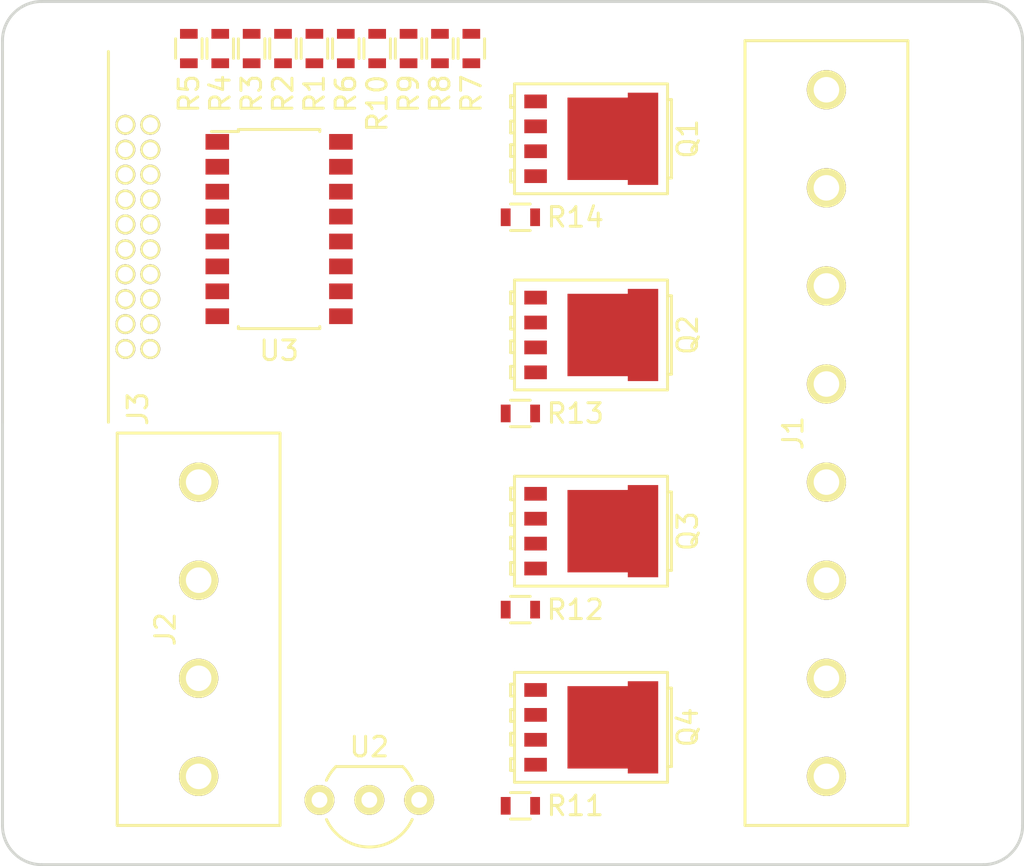
<source format=kicad_pcb>
(kicad_pcb (version 4) (host pcbnew 4.0.2+e4-6225~38~ubuntu14.04.1-stable)

  (general
    (links 70)
    (no_connects 70)
    (area 119.924999 67.924999 172.075001 112.075001)
    (thickness 1.6)
    (drawings 8)
    (tracks 0)
    (zones 0)
    (modules 23)
    (nets 29)
  )

  (page A4)
  (layers
    (0 F.Cu signal)
    (1 In1.Cu signal)
    (2 In2.Cu signal)
    (31 B.Cu signal)
    (32 B.Adhes user)
    (33 F.Adhes user)
    (34 B.Paste user)
    (35 F.Paste user)
    (36 B.SilkS user)
    (37 F.SilkS user)
    (38 B.Mask user)
    (39 F.Mask user)
    (40 Dwgs.User user)
    (41 Cmts.User user)
    (42 Eco1.User user)
    (43 Eco2.User user)
    (44 Edge.Cuts user)
    (45 Margin user)
    (46 B.CrtYd user)
    (47 F.CrtYd user)
    (48 B.Fab user)
    (49 F.Fab user)
  )

  (setup
    (last_trace_width 0.15)
    (user_trace_width 0.2)
    (user_trace_width 0.25)
    (trace_clearance 0.15)
    (zone_clearance 0.508)
    (zone_45_only yes)
    (trace_min 0.15)
    (segment_width 0.2)
    (edge_width 0.15)
    (via_size 0.6)
    (via_drill 0.3)
    (via_min_size 0.6)
    (via_min_drill 0.3)
    (uvia_size 0.3)
    (uvia_drill 0.1)
    (uvias_allowed no)
    (uvia_min_size 0.2)
    (uvia_min_drill 0.1)
    (pcb_text_width 0.3)
    (pcb_text_size 1.5 1.5)
    (mod_edge_width 0.15)
    (mod_text_size 1 1)
    (mod_text_width 0.15)
    (pad_size 1.524 1.524)
    (pad_drill 0.762)
    (pad_to_mask_clearance 0)
    (aux_axis_origin 0 0)
    (visible_elements FFFEFFFF)
    (pcbplotparams
      (layerselection 0x00030_80000001)
      (usegerberextensions false)
      (excludeedgelayer true)
      (linewidth 0.100000)
      (plotframeref false)
      (viasonmask false)
      (mode 1)
      (useauxorigin false)
      (hpglpennumber 1)
      (hpglpenspeed 20)
      (hpglpendiameter 15)
      (hpglpenoverlay 2)
      (psnegative false)
      (psa4output false)
      (plotreference true)
      (plotvalue true)
      (plotinvisibletext false)
      (padsonsilk false)
      (subtractmaskfromsilk false)
      (outputformat 1)
      (mirror false)
      (drillshape 1)
      (scaleselection 1)
      (outputdirectory ""))
  )

  (net 0 "")
  (net 1 GNDPWR)
  (net 2 +3V3)
  (net 3 C2D)
  (net 4 ID3)
  (net 5 ID2)
  (net 6 ID1)
  (net 7 ID0)
  (net 8 ~MRESET)
  (net 9 GND)
  (net 10 HT)
  (net 11 "Net-(J1-Pad1)")
  (net 12 VDD)
  (net 13 "Net-(J1-Pad7)")
  (net 14 "Net-(J1-Pad3)")
  (net 15 "Net-(J1-Pad5)")
  (net 16 /GN1)
  (net 17 /GN2)
  (net 18 /GN3)
  (net 19 /GN4)
  (net 20 PX1)
  (net 21 PX2)
  (net 22 PX3)
  (net 23 PX4)
  (net 24 +5P)
  (net 25 /INR4)
  (net 26 /INR3)
  (net 27 /INR2)
  (net 28 /INR1)

  (net_class Default "This is the default net class."
    (clearance 0.15)
    (trace_width 0.15)
    (via_dia 0.6)
    (via_drill 0.3)
    (uvia_dia 0.3)
    (uvia_drill 0.1)
    (add_net +3V3)
    (add_net +5P)
    (add_net /GN1)
    (add_net /GN2)
    (add_net /GN3)
    (add_net /GN4)
    (add_net /INR1)
    (add_net /INR2)
    (add_net /INR3)
    (add_net /INR4)
    (add_net C2D)
    (add_net GND)
    (add_net GNDPWR)
    (add_net HT)
    (add_net ID0)
    (add_net ID1)
    (add_net ID2)
    (add_net ID3)
    (add_net "Net-(J1-Pad1)")
    (add_net "Net-(J1-Pad3)")
    (add_net "Net-(J1-Pad5)")
    (add_net "Net-(J1-Pad7)")
    (add_net PX1)
    (add_net PX2)
    (add_net PX3)
    (add_net PX4)
    (add_net VDD)
    (add_net ~MRESET)
  )

  (module Resistors_SMD:R_0603 (layer F.Cu) (tedit 5799B80B) (tstamp 5798E2F2)
    (at 135.9 70.4 270)
    (descr "Resistor SMD 0603, reflow soldering, Vishay (see dcrcw.pdf)")
    (tags "resistor 0603")
    (path /576AD847)
    (attr smd)
    (fp_text reference R1 (at 2.3 0 270) (layer F.SilkS)
      (effects (font (size 1 1) (thickness 0.15)))
    )
    (fp_text value 10k (at 0 1.9 270) (layer F.Fab)
      (effects (font (size 1 1) (thickness 0.15)))
    )
    (fp_line (start -1.3 -0.8) (end 1.3 -0.8) (layer F.CrtYd) (width 0.05))
    (fp_line (start -1.3 0.8) (end 1.3 0.8) (layer F.CrtYd) (width 0.05))
    (fp_line (start -1.3 -0.8) (end -1.3 0.8) (layer F.CrtYd) (width 0.05))
    (fp_line (start 1.3 -0.8) (end 1.3 0.8) (layer F.CrtYd) (width 0.05))
    (fp_line (start 0.5 0.675) (end -0.5 0.675) (layer F.SilkS) (width 0.15))
    (fp_line (start -0.5 -0.675) (end 0.5 -0.675) (layer F.SilkS) (width 0.15))
    (pad 1 smd rect (at -0.75 0 270) (size 0.5 0.9) (layers F.Cu F.Paste F.Mask)
      (net 2 +3V3))
    (pad 2 smd rect (at 0.75 0 270) (size 0.5 0.9) (layers F.Cu F.Paste F.Mask)
      (net 3 C2D))
    (model Resistors_SMD.3dshapes/R_0603.wrl
      (at (xyz 0 0 0))
      (scale (xyz 1 1 1))
      (rotate (xyz 0 0 0))
    )
  )

  (module Resistors_SMD:R_0603 (layer F.Cu) (tedit 5799B817) (tstamp 5798E2FE)
    (at 134.3 70.4 270)
    (descr "Resistor SMD 0603, reflow soldering, Vishay (see dcrcw.pdf)")
    (tags "resistor 0603")
    (path /579830B5)
    (attr smd)
    (fp_text reference R2 (at 2.3 0 270) (layer F.SilkS)
      (effects (font (size 1 1) (thickness 0.15)))
    )
    (fp_text value 10k (at 0 1.9 270) (layer F.Fab)
      (effects (font (size 1 1) (thickness 0.15)))
    )
    (fp_line (start -1.3 -0.8) (end 1.3 -0.8) (layer F.CrtYd) (width 0.05))
    (fp_line (start -1.3 0.8) (end 1.3 0.8) (layer F.CrtYd) (width 0.05))
    (fp_line (start -1.3 -0.8) (end -1.3 0.8) (layer F.CrtYd) (width 0.05))
    (fp_line (start 1.3 -0.8) (end 1.3 0.8) (layer F.CrtYd) (width 0.05))
    (fp_line (start 0.5 0.675) (end -0.5 0.675) (layer F.SilkS) (width 0.15))
    (fp_line (start -0.5 -0.675) (end 0.5 -0.675) (layer F.SilkS) (width 0.15))
    (pad 1 smd rect (at -0.75 0 270) (size 0.5 0.9) (layers F.Cu F.Paste F.Mask)
      (net 2 +3V3))
    (pad 2 smd rect (at 0.75 0 270) (size 0.5 0.9) (layers F.Cu F.Paste F.Mask)
      (net 4 ID3))
    (model Resistors_SMD.3dshapes/R_0603.wrl
      (at (xyz 0 0 0))
      (scale (xyz 1 1 1))
      (rotate (xyz 0 0 0))
    )
  )

  (module Resistors_SMD:R_0603 (layer F.Cu) (tedit 5799B852) (tstamp 5798E30A)
    (at 132.7 70.4 270)
    (descr "Resistor SMD 0603, reflow soldering, Vishay (see dcrcw.pdf)")
    (tags "resistor 0603")
    (path /57983360)
    (attr smd)
    (fp_text reference R3 (at 2.3 0 270) (layer F.SilkS)
      (effects (font (size 1 1) (thickness 0.15)))
    )
    (fp_text value 10k (at 0 1.9 270) (layer F.Fab)
      (effects (font (size 1 1) (thickness 0.15)))
    )
    (fp_line (start -1.3 -0.8) (end 1.3 -0.8) (layer F.CrtYd) (width 0.05))
    (fp_line (start -1.3 0.8) (end 1.3 0.8) (layer F.CrtYd) (width 0.05))
    (fp_line (start -1.3 -0.8) (end -1.3 0.8) (layer F.CrtYd) (width 0.05))
    (fp_line (start 1.3 -0.8) (end 1.3 0.8) (layer F.CrtYd) (width 0.05))
    (fp_line (start 0.5 0.675) (end -0.5 0.675) (layer F.SilkS) (width 0.15))
    (fp_line (start -0.5 -0.675) (end 0.5 -0.675) (layer F.SilkS) (width 0.15))
    (pad 1 smd rect (at -0.75 0 270) (size 0.5 0.9) (layers F.Cu F.Paste F.Mask)
      (net 2 +3V3))
    (pad 2 smd rect (at 0.75 0 270) (size 0.5 0.9) (layers F.Cu F.Paste F.Mask)
      (net 5 ID2))
    (model Resistors_SMD.3dshapes/R_0603.wrl
      (at (xyz 0 0 0))
      (scale (xyz 1 1 1))
      (rotate (xyz 0 0 0))
    )
  )

  (module Resistors_SMD:R_0603 (layer F.Cu) (tedit 5799B87F) (tstamp 5798E316)
    (at 131.1 70.4 270)
    (descr "Resistor SMD 0603, reflow soldering, Vishay (see dcrcw.pdf)")
    (tags "resistor 0603")
    (path /5798352E)
    (attr smd)
    (fp_text reference R4 (at 2.3 0 270) (layer F.SilkS)
      (effects (font (size 1 1) (thickness 0.15)))
    )
    (fp_text value 10k (at 0 1.9 270) (layer F.Fab)
      (effects (font (size 1 1) (thickness 0.15)))
    )
    (fp_line (start -1.3 -0.8) (end 1.3 -0.8) (layer F.CrtYd) (width 0.05))
    (fp_line (start -1.3 0.8) (end 1.3 0.8) (layer F.CrtYd) (width 0.05))
    (fp_line (start -1.3 -0.8) (end -1.3 0.8) (layer F.CrtYd) (width 0.05))
    (fp_line (start 1.3 -0.8) (end 1.3 0.8) (layer F.CrtYd) (width 0.05))
    (fp_line (start 0.5 0.675) (end -0.5 0.675) (layer F.SilkS) (width 0.15))
    (fp_line (start -0.5 -0.675) (end 0.5 -0.675) (layer F.SilkS) (width 0.15))
    (pad 1 smd rect (at -0.75 0 270) (size 0.5 0.9) (layers F.Cu F.Paste F.Mask)
      (net 2 +3V3))
    (pad 2 smd rect (at 0.75 0 270) (size 0.5 0.9) (layers F.Cu F.Paste F.Mask)
      (net 6 ID1))
    (model Resistors_SMD.3dshapes/R_0603.wrl
      (at (xyz 0 0 0))
      (scale (xyz 1 1 1))
      (rotate (xyz 0 0 0))
    )
  )

  (module Resistors_SMD:R_0603 (layer F.Cu) (tedit 5799B88F) (tstamp 5798E322)
    (at 129.5 70.4 270)
    (descr "Resistor SMD 0603, reflow soldering, Vishay (see dcrcw.pdf)")
    (tags "resistor 0603")
    (path /5798373C)
    (attr smd)
    (fp_text reference R5 (at 2.3 0 270) (layer F.SilkS)
      (effects (font (size 1 1) (thickness 0.15)))
    )
    (fp_text value 10k (at 0 1.9 270) (layer F.Fab)
      (effects (font (size 1 1) (thickness 0.15)))
    )
    (fp_line (start -1.3 -0.8) (end 1.3 -0.8) (layer F.CrtYd) (width 0.05))
    (fp_line (start -1.3 0.8) (end 1.3 0.8) (layer F.CrtYd) (width 0.05))
    (fp_line (start -1.3 -0.8) (end -1.3 0.8) (layer F.CrtYd) (width 0.05))
    (fp_line (start 1.3 -0.8) (end 1.3 0.8) (layer F.CrtYd) (width 0.05))
    (fp_line (start 0.5 0.675) (end -0.5 0.675) (layer F.SilkS) (width 0.15))
    (fp_line (start -0.5 -0.675) (end 0.5 -0.675) (layer F.SilkS) (width 0.15))
    (pad 1 smd rect (at -0.75 0 270) (size 0.5 0.9) (layers F.Cu F.Paste F.Mask)
      (net 2 +3V3))
    (pad 2 smd rect (at 0.75 0 270) (size 0.5 0.9) (layers F.Cu F.Paste F.Mask)
      (net 7 ID0))
    (model Resistors_SMD.3dshapes/R_0603.wrl
      (at (xyz 0 0 0))
      (scale (xyz 1 1 1))
      (rotate (xyz 0 0 0))
    )
  )

  (module Resistors_SMD:R_0603 (layer F.Cu) (tedit 5799B82D) (tstamp 5798E32E)
    (at 137.5 70.4 270)
    (descr "Resistor SMD 0603, reflow soldering, Vishay (see dcrcw.pdf)")
    (tags "resistor 0603")
    (path /5798489F)
    (attr smd)
    (fp_text reference R6 (at 2.3 0 270) (layer F.SilkS)
      (effects (font (size 1 1) (thickness 0.15)))
    )
    (fp_text value 10k (at 0 1.9 270) (layer F.Fab)
      (effects (font (size 1 1) (thickness 0.15)))
    )
    (fp_line (start -1.3 -0.8) (end 1.3 -0.8) (layer F.CrtYd) (width 0.05))
    (fp_line (start -1.3 0.8) (end 1.3 0.8) (layer F.CrtYd) (width 0.05))
    (fp_line (start -1.3 -0.8) (end -1.3 0.8) (layer F.CrtYd) (width 0.05))
    (fp_line (start 1.3 -0.8) (end 1.3 0.8) (layer F.CrtYd) (width 0.05))
    (fp_line (start 0.5 0.675) (end -0.5 0.675) (layer F.SilkS) (width 0.15))
    (fp_line (start -0.5 -0.675) (end 0.5 -0.675) (layer F.SilkS) (width 0.15))
    (pad 1 smd rect (at -0.75 0 270) (size 0.5 0.9) (layers F.Cu F.Paste F.Mask)
      (net 2 +3V3))
    (pad 2 smd rect (at 0.75 0 270) (size 0.5 0.9) (layers F.Cu F.Paste F.Mask)
      (net 8 ~MRESET))
    (model Resistors_SMD.3dshapes/R_0603.wrl
      (at (xyz 0 0 0))
      (scale (xyz 1 1 1))
      (rotate (xyz 0 0 0))
    )
  )

  (module Main:SOT127P500X110-5 (layer F.Cu) (tedit 5798E39F) (tstamp 5798E51E)
    (at 150 75 270)
    (descr "LFPAK www.nxp.com/documents/leaflet/939775016838_LR.pdf")
    (tags "LFPAK SOT-669 Power-SO8")
    (path /5798E5AA)
    (attr smd)
    (fp_text reference Q1 (at 0 -4.925 270) (layer F.SilkS)
      (effects (font (size 1 1) (thickness 0.15)))
    )
    (fp_text value PSMN1R2-30YLC (at 0 4.445 270) (layer F.Fab) hide
      (effects (font (size 0.127 0.127) (thickness 0.03)))
    )
    (fp_line (start 2.95 -4.25) (end 2.95 4.25) (layer F.CrtYd) (width 0.05))
    (fp_line (start -2.95 4.25) (end -2.95 -4.25) (layer F.CrtYd) (width 0.05))
    (fp_line (start -2.95 4.25) (end 2.95 4.25) (layer F.CrtYd) (width 0.05))
    (fp_line (start -2.95 -4.25) (end 2.95 -4.25) (layer F.CrtYd) (width 0.05))
    (fp_line (start -2 -3.9) (end -2 -4.1) (layer F.SilkS) (width 0.15))
    (fp_line (start -2 -4.1) (end 2 -4.1) (layer F.SilkS) (width 0.15))
    (fp_line (start 2 -4.1) (end 2 -3.9) (layer F.SilkS) (width 0.15))
    (fp_line (start 1.6 3.9) (end 1.6 4.1) (layer F.SilkS) (width 0.15))
    (fp_line (start 1.6 4.1) (end 2.2 4.1) (layer F.SilkS) (width 0.15))
    (fp_line (start 2.2 4.1) (end 2.2 3.9) (layer F.SilkS) (width 0.15))
    (fp_line (start 0.3 3.9) (end 0.3 4.1) (layer F.SilkS) (width 0.15))
    (fp_line (start 0.3 4.1) (end 0.9 4.1) (layer F.SilkS) (width 0.15))
    (fp_line (start 0.9 4.1) (end 0.9 3.9) (layer F.SilkS) (width 0.15))
    (fp_line (start -0.9 3.9) (end -0.9 4.1) (layer F.SilkS) (width 0.15))
    (fp_line (start -0.9 4.1) (end -0.3 4.1) (layer F.SilkS) (width 0.15))
    (fp_line (start -0.3 4.1) (end -0.3 3.9) (layer F.SilkS) (width 0.15))
    (fp_line (start -2.2 3.9) (end -2.2 4.1) (layer F.SilkS) (width 0.15))
    (fp_line (start -2.2 4.1) (end -1.6 4.1) (layer F.SilkS) (width 0.15))
    (fp_line (start -1.6 4.1) (end -1.6 3.9) (layer F.SilkS) (width 0.15))
    (fp_line (start -2.8 -3.9) (end 2.8 -3.9) (layer F.SilkS) (width 0.15))
    (fp_line (start 2.8 -3.9) (end 2.8 3.9) (layer F.SilkS) (width 0.15))
    (fp_line (start 2.8 3.9) (end -2.8 3.9) (layer F.SilkS) (width 0.15))
    (fp_line (start -2.8 3.9) (end -2.8 -3.9) (layer F.SilkS) (width 0.15))
    (pad 7 smd rect (at -1.15 -0.2) (size 0.6 0.9) (layers F.Paste))
    (pad 7 smd rect (at -1.15 0.65) (size 0.6 0.9) (layers F.Paste))
    (pad 7 smd rect (at -1.15 -1.05) (size 0.6 0.9) (layers F.Paste))
    (pad 7 smd rect (at 1.15 -0.2) (size 0.6 0.9) (layers F.Paste))
    (pad 7 smd rect (at 1.15 0.65) (size 0.6 0.9) (layers F.Paste))
    (pad 7 smd rect (at 1.15 -1.05) (size 0.6 0.9) (layers F.Paste))
    (pad 7 smd rect (at 0 -1.05) (size 0.6 0.9) (layers F.Paste))
    (pad 7 smd rect (at 0 0.65) (size 0.6 0.9) (layers F.Paste))
    (pad 6 smd rect (at -1.875 -2.9 270) (size 0.6 0.9) (layers F.Paste))
    (pad 6 smd rect (at 1.875 -2.9 270) (size 0.6 0.9) (layers F.Paste))
    (pad 6 smd rect (at -0.6 -2.9 270) (size 0.6 0.9) (layers F.Paste))
    (pad 2 smd rect (at -0.635 2.825 270) (size 0.7 1.15) (layers F.Cu F.Paste F.Mask)
      (net 1 GNDPWR) (solder_mask_margin 0.075) (solder_paste_margin -0.05))
    (pad 1 smd rect (at -1.905 2.825 270) (size 0.7 1.15) (layers F.Cu F.Paste F.Mask)
      (net 1 GNDPWR) (solder_mask_margin 0.075) (solder_paste_margin -0.05))
    (pad 3 smd rect (at 0.635 2.825 270) (size 0.7 1.15) (layers F.Cu F.Paste F.Mask)
      (net 1 GNDPWR) (solder_mask_margin 0.075) (solder_paste_margin -0.05))
    (pad 5 smd rect (at 0 -2.65 270) (size 4.7 1.55) (layers F.Cu F.Mask)
      (net 11 "Net-(J1-Pad1)") (solder_mask_margin 0.075))
    (pad 5 smd rect (at 0 -0.45 270) (size 4.2 3.3) (layers F.Cu F.Mask)
      (net 11 "Net-(J1-Pad1)") (solder_mask_margin 0.075))
    (pad 4 smd rect (at 1.905 2.825 270) (size 0.7 1.15) (layers F.Cu F.Paste F.Mask)
      (net 16 /GN1) (solder_mask_margin 0.075) (solder_paste_margin -0.05))
    (pad 6 smd rect (at 0.6 -2.9 270) (size 0.6 0.9) (layers F.Paste))
    (pad 7 smd rect (at 0 -0.2) (size 0.6 0.9) (layers F.Paste))
    (model TO_SOT_Packages_SMD.3dshapes/SOT-669_LFPAK.wrl
      (at (xyz 0 0 0))
      (scale (xyz 0.3937 0.3937 0.3937))
      (rotate (xyz 0 0 0))
    )
  )

  (module Main:SOT127P500X110-5 (layer F.Cu) (tedit 5798E39F) (tstamp 5798E54B)
    (at 150 85 270)
    (descr "LFPAK www.nxp.com/documents/leaflet/939775016838_LR.pdf")
    (tags "LFPAK SOT-669 Power-SO8")
    (path /5798E8F6)
    (attr smd)
    (fp_text reference Q2 (at 0 -4.925 270) (layer F.SilkS)
      (effects (font (size 1 1) (thickness 0.15)))
    )
    (fp_text value PSMN1R2-30YLC (at 0 4.445 270) (layer F.Fab) hide
      (effects (font (size 0.127 0.127) (thickness 0.03)))
    )
    (fp_line (start 2.95 -4.25) (end 2.95 4.25) (layer F.CrtYd) (width 0.05))
    (fp_line (start -2.95 4.25) (end -2.95 -4.25) (layer F.CrtYd) (width 0.05))
    (fp_line (start -2.95 4.25) (end 2.95 4.25) (layer F.CrtYd) (width 0.05))
    (fp_line (start -2.95 -4.25) (end 2.95 -4.25) (layer F.CrtYd) (width 0.05))
    (fp_line (start -2 -3.9) (end -2 -4.1) (layer F.SilkS) (width 0.15))
    (fp_line (start -2 -4.1) (end 2 -4.1) (layer F.SilkS) (width 0.15))
    (fp_line (start 2 -4.1) (end 2 -3.9) (layer F.SilkS) (width 0.15))
    (fp_line (start 1.6 3.9) (end 1.6 4.1) (layer F.SilkS) (width 0.15))
    (fp_line (start 1.6 4.1) (end 2.2 4.1) (layer F.SilkS) (width 0.15))
    (fp_line (start 2.2 4.1) (end 2.2 3.9) (layer F.SilkS) (width 0.15))
    (fp_line (start 0.3 3.9) (end 0.3 4.1) (layer F.SilkS) (width 0.15))
    (fp_line (start 0.3 4.1) (end 0.9 4.1) (layer F.SilkS) (width 0.15))
    (fp_line (start 0.9 4.1) (end 0.9 3.9) (layer F.SilkS) (width 0.15))
    (fp_line (start -0.9 3.9) (end -0.9 4.1) (layer F.SilkS) (width 0.15))
    (fp_line (start -0.9 4.1) (end -0.3 4.1) (layer F.SilkS) (width 0.15))
    (fp_line (start -0.3 4.1) (end -0.3 3.9) (layer F.SilkS) (width 0.15))
    (fp_line (start -2.2 3.9) (end -2.2 4.1) (layer F.SilkS) (width 0.15))
    (fp_line (start -2.2 4.1) (end -1.6 4.1) (layer F.SilkS) (width 0.15))
    (fp_line (start -1.6 4.1) (end -1.6 3.9) (layer F.SilkS) (width 0.15))
    (fp_line (start -2.8 -3.9) (end 2.8 -3.9) (layer F.SilkS) (width 0.15))
    (fp_line (start 2.8 -3.9) (end 2.8 3.9) (layer F.SilkS) (width 0.15))
    (fp_line (start 2.8 3.9) (end -2.8 3.9) (layer F.SilkS) (width 0.15))
    (fp_line (start -2.8 3.9) (end -2.8 -3.9) (layer F.SilkS) (width 0.15))
    (pad 7 smd rect (at -1.15 -0.2) (size 0.6 0.9) (layers F.Paste))
    (pad 7 smd rect (at -1.15 0.65) (size 0.6 0.9) (layers F.Paste))
    (pad 7 smd rect (at -1.15 -1.05) (size 0.6 0.9) (layers F.Paste))
    (pad 7 smd rect (at 1.15 -0.2) (size 0.6 0.9) (layers F.Paste))
    (pad 7 smd rect (at 1.15 0.65) (size 0.6 0.9) (layers F.Paste))
    (pad 7 smd rect (at 1.15 -1.05) (size 0.6 0.9) (layers F.Paste))
    (pad 7 smd rect (at 0 -1.05) (size 0.6 0.9) (layers F.Paste))
    (pad 7 smd rect (at 0 0.65) (size 0.6 0.9) (layers F.Paste))
    (pad 6 smd rect (at -1.875 -2.9 270) (size 0.6 0.9) (layers F.Paste))
    (pad 6 smd rect (at 1.875 -2.9 270) (size 0.6 0.9) (layers F.Paste))
    (pad 6 smd rect (at -0.6 -2.9 270) (size 0.6 0.9) (layers F.Paste))
    (pad 2 smd rect (at -0.635 2.825 270) (size 0.7 1.15) (layers F.Cu F.Paste F.Mask)
      (net 1 GNDPWR) (solder_mask_margin 0.075) (solder_paste_margin -0.05))
    (pad 1 smd rect (at -1.905 2.825 270) (size 0.7 1.15) (layers F.Cu F.Paste F.Mask)
      (net 1 GNDPWR) (solder_mask_margin 0.075) (solder_paste_margin -0.05))
    (pad 3 smd rect (at 0.635 2.825 270) (size 0.7 1.15) (layers F.Cu F.Paste F.Mask)
      (net 1 GNDPWR) (solder_mask_margin 0.075) (solder_paste_margin -0.05))
    (pad 5 smd rect (at 0 -2.65 270) (size 4.7 1.55) (layers F.Cu F.Mask)
      (net 14 "Net-(J1-Pad3)") (solder_mask_margin 0.075))
    (pad 5 smd rect (at 0 -0.45 270) (size 4.2 3.3) (layers F.Cu F.Mask)
      (net 14 "Net-(J1-Pad3)") (solder_mask_margin 0.075))
    (pad 4 smd rect (at 1.905 2.825 270) (size 0.7 1.15) (layers F.Cu F.Paste F.Mask)
      (net 17 /GN2) (solder_mask_margin 0.075) (solder_paste_margin -0.05))
    (pad 6 smd rect (at 0.6 -2.9 270) (size 0.6 0.9) (layers F.Paste))
    (pad 7 smd rect (at 0 -0.2) (size 0.6 0.9) (layers F.Paste))
    (model TO_SOT_Packages_SMD.3dshapes/SOT-669_LFPAK.wrl
      (at (xyz 0 0 0))
      (scale (xyz 0.3937 0.3937 0.3937))
      (rotate (xyz 0 0 0))
    )
  )

  (module Main:SOT127P500X110-5 (layer F.Cu) (tedit 5798E39F) (tstamp 5798E578)
    (at 150 95 270)
    (descr "LFPAK www.nxp.com/documents/leaflet/939775016838_LR.pdf")
    (tags "LFPAK SOT-669 Power-SO8")
    (path /5798E947)
    (attr smd)
    (fp_text reference Q3 (at 0 -4.925 270) (layer F.SilkS)
      (effects (font (size 1 1) (thickness 0.15)))
    )
    (fp_text value PSMN1R2-30YLC (at 0 4.445 270) (layer F.Fab) hide
      (effects (font (size 0.127 0.127) (thickness 0.03)))
    )
    (fp_line (start 2.95 -4.25) (end 2.95 4.25) (layer F.CrtYd) (width 0.05))
    (fp_line (start -2.95 4.25) (end -2.95 -4.25) (layer F.CrtYd) (width 0.05))
    (fp_line (start -2.95 4.25) (end 2.95 4.25) (layer F.CrtYd) (width 0.05))
    (fp_line (start -2.95 -4.25) (end 2.95 -4.25) (layer F.CrtYd) (width 0.05))
    (fp_line (start -2 -3.9) (end -2 -4.1) (layer F.SilkS) (width 0.15))
    (fp_line (start -2 -4.1) (end 2 -4.1) (layer F.SilkS) (width 0.15))
    (fp_line (start 2 -4.1) (end 2 -3.9) (layer F.SilkS) (width 0.15))
    (fp_line (start 1.6 3.9) (end 1.6 4.1) (layer F.SilkS) (width 0.15))
    (fp_line (start 1.6 4.1) (end 2.2 4.1) (layer F.SilkS) (width 0.15))
    (fp_line (start 2.2 4.1) (end 2.2 3.9) (layer F.SilkS) (width 0.15))
    (fp_line (start 0.3 3.9) (end 0.3 4.1) (layer F.SilkS) (width 0.15))
    (fp_line (start 0.3 4.1) (end 0.9 4.1) (layer F.SilkS) (width 0.15))
    (fp_line (start 0.9 4.1) (end 0.9 3.9) (layer F.SilkS) (width 0.15))
    (fp_line (start -0.9 3.9) (end -0.9 4.1) (layer F.SilkS) (width 0.15))
    (fp_line (start -0.9 4.1) (end -0.3 4.1) (layer F.SilkS) (width 0.15))
    (fp_line (start -0.3 4.1) (end -0.3 3.9) (layer F.SilkS) (width 0.15))
    (fp_line (start -2.2 3.9) (end -2.2 4.1) (layer F.SilkS) (width 0.15))
    (fp_line (start -2.2 4.1) (end -1.6 4.1) (layer F.SilkS) (width 0.15))
    (fp_line (start -1.6 4.1) (end -1.6 3.9) (layer F.SilkS) (width 0.15))
    (fp_line (start -2.8 -3.9) (end 2.8 -3.9) (layer F.SilkS) (width 0.15))
    (fp_line (start 2.8 -3.9) (end 2.8 3.9) (layer F.SilkS) (width 0.15))
    (fp_line (start 2.8 3.9) (end -2.8 3.9) (layer F.SilkS) (width 0.15))
    (fp_line (start -2.8 3.9) (end -2.8 -3.9) (layer F.SilkS) (width 0.15))
    (pad 7 smd rect (at -1.15 -0.2) (size 0.6 0.9) (layers F.Paste))
    (pad 7 smd rect (at -1.15 0.65) (size 0.6 0.9) (layers F.Paste))
    (pad 7 smd rect (at -1.15 -1.05) (size 0.6 0.9) (layers F.Paste))
    (pad 7 smd rect (at 1.15 -0.2) (size 0.6 0.9) (layers F.Paste))
    (pad 7 smd rect (at 1.15 0.65) (size 0.6 0.9) (layers F.Paste))
    (pad 7 smd rect (at 1.15 -1.05) (size 0.6 0.9) (layers F.Paste))
    (pad 7 smd rect (at 0 -1.05) (size 0.6 0.9) (layers F.Paste))
    (pad 7 smd rect (at 0 0.65) (size 0.6 0.9) (layers F.Paste))
    (pad 6 smd rect (at -1.875 -2.9 270) (size 0.6 0.9) (layers F.Paste))
    (pad 6 smd rect (at 1.875 -2.9 270) (size 0.6 0.9) (layers F.Paste))
    (pad 6 smd rect (at -0.6 -2.9 270) (size 0.6 0.9) (layers F.Paste))
    (pad 2 smd rect (at -0.635 2.825 270) (size 0.7 1.15) (layers F.Cu F.Paste F.Mask)
      (net 1 GNDPWR) (solder_mask_margin 0.075) (solder_paste_margin -0.05))
    (pad 1 smd rect (at -1.905 2.825 270) (size 0.7 1.15) (layers F.Cu F.Paste F.Mask)
      (net 1 GNDPWR) (solder_mask_margin 0.075) (solder_paste_margin -0.05))
    (pad 3 smd rect (at 0.635 2.825 270) (size 0.7 1.15) (layers F.Cu F.Paste F.Mask)
      (net 1 GNDPWR) (solder_mask_margin 0.075) (solder_paste_margin -0.05))
    (pad 5 smd rect (at 0 -2.65 270) (size 4.7 1.55) (layers F.Cu F.Mask)
      (net 15 "Net-(J1-Pad5)") (solder_mask_margin 0.075))
    (pad 5 smd rect (at 0 -0.45 270) (size 4.2 3.3) (layers F.Cu F.Mask)
      (net 15 "Net-(J1-Pad5)") (solder_mask_margin 0.075))
    (pad 4 smd rect (at 1.905 2.825 270) (size 0.7 1.15) (layers F.Cu F.Paste F.Mask)
      (net 18 /GN3) (solder_mask_margin 0.075) (solder_paste_margin -0.05))
    (pad 6 smd rect (at 0.6 -2.9 270) (size 0.6 0.9) (layers F.Paste))
    (pad 7 smd rect (at 0 -0.2) (size 0.6 0.9) (layers F.Paste))
    (model TO_SOT_Packages_SMD.3dshapes/SOT-669_LFPAK.wrl
      (at (xyz 0 0 0))
      (scale (xyz 0.3937 0.3937 0.3937))
      (rotate (xyz 0 0 0))
    )
  )

  (module Main:SOT127P500X110-5 (layer F.Cu) (tedit 5798E39F) (tstamp 5798E5A5)
    (at 150 105 270)
    (descr "LFPAK www.nxp.com/documents/leaflet/939775016838_LR.pdf")
    (tags "LFPAK SOT-669 Power-SO8")
    (path /5798E999)
    (attr smd)
    (fp_text reference Q4 (at 0 -4.925 270) (layer F.SilkS)
      (effects (font (size 1 1) (thickness 0.15)))
    )
    (fp_text value PSMN1R2-30YLC (at 0 4.445 270) (layer F.Fab) hide
      (effects (font (size 0.127 0.127) (thickness 0.03)))
    )
    (fp_line (start 2.95 -4.25) (end 2.95 4.25) (layer F.CrtYd) (width 0.05))
    (fp_line (start -2.95 4.25) (end -2.95 -4.25) (layer F.CrtYd) (width 0.05))
    (fp_line (start -2.95 4.25) (end 2.95 4.25) (layer F.CrtYd) (width 0.05))
    (fp_line (start -2.95 -4.25) (end 2.95 -4.25) (layer F.CrtYd) (width 0.05))
    (fp_line (start -2 -3.9) (end -2 -4.1) (layer F.SilkS) (width 0.15))
    (fp_line (start -2 -4.1) (end 2 -4.1) (layer F.SilkS) (width 0.15))
    (fp_line (start 2 -4.1) (end 2 -3.9) (layer F.SilkS) (width 0.15))
    (fp_line (start 1.6 3.9) (end 1.6 4.1) (layer F.SilkS) (width 0.15))
    (fp_line (start 1.6 4.1) (end 2.2 4.1) (layer F.SilkS) (width 0.15))
    (fp_line (start 2.2 4.1) (end 2.2 3.9) (layer F.SilkS) (width 0.15))
    (fp_line (start 0.3 3.9) (end 0.3 4.1) (layer F.SilkS) (width 0.15))
    (fp_line (start 0.3 4.1) (end 0.9 4.1) (layer F.SilkS) (width 0.15))
    (fp_line (start 0.9 4.1) (end 0.9 3.9) (layer F.SilkS) (width 0.15))
    (fp_line (start -0.9 3.9) (end -0.9 4.1) (layer F.SilkS) (width 0.15))
    (fp_line (start -0.9 4.1) (end -0.3 4.1) (layer F.SilkS) (width 0.15))
    (fp_line (start -0.3 4.1) (end -0.3 3.9) (layer F.SilkS) (width 0.15))
    (fp_line (start -2.2 3.9) (end -2.2 4.1) (layer F.SilkS) (width 0.15))
    (fp_line (start -2.2 4.1) (end -1.6 4.1) (layer F.SilkS) (width 0.15))
    (fp_line (start -1.6 4.1) (end -1.6 3.9) (layer F.SilkS) (width 0.15))
    (fp_line (start -2.8 -3.9) (end 2.8 -3.9) (layer F.SilkS) (width 0.15))
    (fp_line (start 2.8 -3.9) (end 2.8 3.9) (layer F.SilkS) (width 0.15))
    (fp_line (start 2.8 3.9) (end -2.8 3.9) (layer F.SilkS) (width 0.15))
    (fp_line (start -2.8 3.9) (end -2.8 -3.9) (layer F.SilkS) (width 0.15))
    (pad 7 smd rect (at -1.15 -0.2) (size 0.6 0.9) (layers F.Paste))
    (pad 7 smd rect (at -1.15 0.65) (size 0.6 0.9) (layers F.Paste))
    (pad 7 smd rect (at -1.15 -1.05) (size 0.6 0.9) (layers F.Paste))
    (pad 7 smd rect (at 1.15 -0.2) (size 0.6 0.9) (layers F.Paste))
    (pad 7 smd rect (at 1.15 0.65) (size 0.6 0.9) (layers F.Paste))
    (pad 7 smd rect (at 1.15 -1.05) (size 0.6 0.9) (layers F.Paste))
    (pad 7 smd rect (at 0 -1.05) (size 0.6 0.9) (layers F.Paste))
    (pad 7 smd rect (at 0 0.65) (size 0.6 0.9) (layers F.Paste))
    (pad 6 smd rect (at -1.875 -2.9 270) (size 0.6 0.9) (layers F.Paste))
    (pad 6 smd rect (at 1.875 -2.9 270) (size 0.6 0.9) (layers F.Paste))
    (pad 6 smd rect (at -0.6 -2.9 270) (size 0.6 0.9) (layers F.Paste))
    (pad 2 smd rect (at -0.635 2.825 270) (size 0.7 1.15) (layers F.Cu F.Paste F.Mask)
      (net 1 GNDPWR) (solder_mask_margin 0.075) (solder_paste_margin -0.05))
    (pad 1 smd rect (at -1.905 2.825 270) (size 0.7 1.15) (layers F.Cu F.Paste F.Mask)
      (net 1 GNDPWR) (solder_mask_margin 0.075) (solder_paste_margin -0.05))
    (pad 3 smd rect (at 0.635 2.825 270) (size 0.7 1.15) (layers F.Cu F.Paste F.Mask)
      (net 1 GNDPWR) (solder_mask_margin 0.075) (solder_paste_margin -0.05))
    (pad 5 smd rect (at 0 -2.65 270) (size 4.7 1.55) (layers F.Cu F.Mask)
      (net 13 "Net-(J1-Pad7)") (solder_mask_margin 0.075))
    (pad 5 smd rect (at 0 -0.45 270) (size 4.2 3.3) (layers F.Cu F.Mask)
      (net 13 "Net-(J1-Pad7)") (solder_mask_margin 0.075))
    (pad 4 smd rect (at 1.905 2.825 270) (size 0.7 1.15) (layers F.Cu F.Paste F.Mask)
      (net 19 /GN4) (solder_mask_margin 0.075) (solder_paste_margin -0.05))
    (pad 6 smd rect (at 0.6 -2.9 270) (size 0.6 0.9) (layers F.Paste))
    (pad 7 smd rect (at 0 -0.2) (size 0.6 0.9) (layers F.Paste))
    (model TO_SOT_Packages_SMD.3dshapes/SOT-669_LFPAK.wrl
      (at (xyz 0 0 0))
      (scale (xyz 0.3937 0.3937 0.3937))
      (rotate (xyz 0 0 0))
    )
  )

  (module Main:CONN500P-01X08 (layer F.Cu) (tedit 57994537) (tstamp 57994C22)
    (at 162 90 90)
    (path /57994D86)
    (fp_text reference J1 (at 0 -1.7 90) (layer F.SilkS)
      (effects (font (size 1 1) (thickness 0.15)))
    )
    (fp_text value CONN500P-01X08 (at 0 -0.5 90) (layer F.Fab) hide
      (effects (font (size 0.127 0.127) (thickness 0.03)))
    )
    (fp_line (start -20.193 -4.318) (end -20.193 4.318) (layer F.CrtYd) (width 0.1524))
    (fp_line (start -20.193 4.318) (end 20.193 4.318) (layer F.CrtYd) (width 0.1524))
    (fp_line (start 20.193 4.318) (end 20.193 -4.318) (layer F.CrtYd) (width 0.1524))
    (fp_line (start 20.193 -4.318) (end -20.193 -4.318) (layer F.CrtYd) (width 0.1524))
    (fp_line (start 20 4.15) (end -20 4.15) (layer F.SilkS) (width 0.1524))
    (fp_line (start 20 -4.15) (end -20 -4.15) (layer F.SilkS) (width 0.1524))
    (fp_line (start -20 -4.15) (end -20 4.15) (layer F.SilkS) (width 0.1524))
    (fp_line (start 20 -4.15) (end 20 4.15) (layer F.SilkS) (width 0.1524))
    (pad 1 thru_hole circle (at -17.5 0 90) (size 2 2) (drill 1.3) (layers *.Cu *.Mask F.SilkS)
      (net 11 "Net-(J1-Pad1)"))
    (pad 2 thru_hole circle (at -12.5 0 90) (size 2 2) (drill 1.3) (layers *.Cu *.Mask F.SilkS)
      (net 12 VDD))
    (pad 8 thru_hole circle (at 17.5 0 90) (size 2 2) (drill 1.3) (layers *.Cu *.Mask F.SilkS)
      (net 12 VDD))
    (pad 7 thru_hole circle (at 12.5 0 90) (size 2 2) (drill 1.3) (layers *.Cu *.Mask F.SilkS)
      (net 13 "Net-(J1-Pad7)"))
    (pad 3 thru_hole circle (at -7.5 0 90) (size 2 2) (drill 1.3) (layers *.Cu *.Mask F.SilkS)
      (net 14 "Net-(J1-Pad3)"))
    (pad 4 thru_hole circle (at -2.5 0 90) (size 2 2) (drill 1.3) (layers *.Cu *.Mask F.SilkS)
      (net 12 VDD))
    (pad 5 thru_hole circle (at 2.5 0 90) (size 2 2) (drill 1.3) (layers *.Cu *.Mask F.SilkS)
      (net 15 "Net-(J1-Pad5)"))
    (pad 6 thru_hole circle (at 7.5 0 90) (size 2 2) (drill 1.3) (layers *.Cu *.Mask F.SilkS)
      (net 12 VDD))
    (model main.3dshapes/CONN500P-01X08.wrl
      (at (xyz -0.695 -1.76 -1.52))
      (scale (xyz 0.3937 0.3937 0.3937))
      (rotate (xyz -90 0 -90))
    )
  )

  (module Resistors_SMD:R_0603 (layer F.Cu) (tedit 5799B973) (tstamp 5799B9B5)
    (at 143.9 70.4 90)
    (descr "Resistor SMD 0603, reflow soldering, Vishay (see dcrcw.pdf)")
    (tags "resistor 0603")
    (path /579A0902)
    (attr smd)
    (fp_text reference R7 (at -2.3 0 90) (layer F.SilkS)
      (effects (font (size 1 1) (thickness 0.15)))
    )
    (fp_text value 10k (at 0 1.9 90) (layer F.Fab)
      (effects (font (size 1 1) (thickness 0.15)))
    )
    (fp_line (start -1.3 -0.8) (end 1.3 -0.8) (layer F.CrtYd) (width 0.05))
    (fp_line (start -1.3 0.8) (end 1.3 0.8) (layer F.CrtYd) (width 0.05))
    (fp_line (start -1.3 -0.8) (end -1.3 0.8) (layer F.CrtYd) (width 0.05))
    (fp_line (start 1.3 -0.8) (end 1.3 0.8) (layer F.CrtYd) (width 0.05))
    (fp_line (start 0.5 0.675) (end -0.5 0.675) (layer F.SilkS) (width 0.15))
    (fp_line (start -0.5 -0.675) (end 0.5 -0.675) (layer F.SilkS) (width 0.15))
    (pad 1 smd rect (at -0.75 0 90) (size 0.5 0.9) (layers F.Cu F.Paste F.Mask)
      (net 25 /INR4))
    (pad 2 smd rect (at 0.75 0 90) (size 0.5 0.9) (layers F.Cu F.Paste F.Mask)
      (net 9 GND))
    (model Resistors_SMD.3dshapes/R_0603.wrl
      (at (xyz 0 0 0))
      (scale (xyz 1 1 1))
      (rotate (xyz 0 0 0))
    )
  )

  (module Resistors_SMD:R_0603 (layer F.Cu) (tedit 5799B96A) (tstamp 5799B9C1)
    (at 142.3 70.4 90)
    (descr "Resistor SMD 0603, reflow soldering, Vishay (see dcrcw.pdf)")
    (tags "resistor 0603")
    (path /579A2D10)
    (attr smd)
    (fp_text reference R8 (at -2.3 0 90) (layer F.SilkS)
      (effects (font (size 1 1) (thickness 0.15)))
    )
    (fp_text value 10k (at 0 1.9 90) (layer F.Fab)
      (effects (font (size 1 1) (thickness 0.15)))
    )
    (fp_line (start -1.3 -0.8) (end 1.3 -0.8) (layer F.CrtYd) (width 0.05))
    (fp_line (start -1.3 0.8) (end 1.3 0.8) (layer F.CrtYd) (width 0.05))
    (fp_line (start -1.3 -0.8) (end -1.3 0.8) (layer F.CrtYd) (width 0.05))
    (fp_line (start 1.3 -0.8) (end 1.3 0.8) (layer F.CrtYd) (width 0.05))
    (fp_line (start 0.5 0.675) (end -0.5 0.675) (layer F.SilkS) (width 0.15))
    (fp_line (start -0.5 -0.675) (end 0.5 -0.675) (layer F.SilkS) (width 0.15))
    (pad 1 smd rect (at -0.75 0 90) (size 0.5 0.9) (layers F.Cu F.Paste F.Mask)
      (net 26 /INR3))
    (pad 2 smd rect (at 0.75 0 90) (size 0.5 0.9) (layers F.Cu F.Paste F.Mask)
      (net 9 GND))
    (model Resistors_SMD.3dshapes/R_0603.wrl
      (at (xyz 0 0 0))
      (scale (xyz 1 1 1))
      (rotate (xyz 0 0 0))
    )
  )

  (module Resistors_SMD:R_0603 (layer F.Cu) (tedit 5799B937) (tstamp 5799B9CD)
    (at 140.7 70.4 90)
    (descr "Resistor SMD 0603, reflow soldering, Vishay (see dcrcw.pdf)")
    (tags "resistor 0603")
    (path /579A38E8)
    (attr smd)
    (fp_text reference R9 (at -2.3 0 90) (layer F.SilkS)
      (effects (font (size 1 1) (thickness 0.15)))
    )
    (fp_text value 10k (at 0 1.9 90) (layer F.Fab)
      (effects (font (size 1 1) (thickness 0.15)))
    )
    (fp_line (start -1.3 -0.8) (end 1.3 -0.8) (layer F.CrtYd) (width 0.05))
    (fp_line (start -1.3 0.8) (end 1.3 0.8) (layer F.CrtYd) (width 0.05))
    (fp_line (start -1.3 -0.8) (end -1.3 0.8) (layer F.CrtYd) (width 0.05))
    (fp_line (start 1.3 -0.8) (end 1.3 0.8) (layer F.CrtYd) (width 0.05))
    (fp_line (start 0.5 0.675) (end -0.5 0.675) (layer F.SilkS) (width 0.15))
    (fp_line (start -0.5 -0.675) (end 0.5 -0.675) (layer F.SilkS) (width 0.15))
    (pad 1 smd rect (at -0.75 0 90) (size 0.5 0.9) (layers F.Cu F.Paste F.Mask)
      (net 27 /INR2))
    (pad 2 smd rect (at 0.75 0 90) (size 0.5 0.9) (layers F.Cu F.Paste F.Mask)
      (net 9 GND))
    (model Resistors_SMD.3dshapes/R_0603.wrl
      (at (xyz 0 0 0))
      (scale (xyz 1 1 1))
      (rotate (xyz 0 0 0))
    )
  )

  (module Resistors_SMD:R_0603 (layer F.Cu) (tedit 5799B911) (tstamp 5799B9D9)
    (at 139.1 70.4 90)
    (descr "Resistor SMD 0603, reflow soldering, Vishay (see dcrcw.pdf)")
    (tags "resistor 0603")
    (path /579A4241)
    (attr smd)
    (fp_text reference R10 (at -2.8 0 90) (layer F.SilkS)
      (effects (font (size 1 1) (thickness 0.15)))
    )
    (fp_text value 10k (at 0 1.9 90) (layer F.Fab)
      (effects (font (size 1 1) (thickness 0.15)))
    )
    (fp_line (start -1.3 -0.8) (end 1.3 -0.8) (layer F.CrtYd) (width 0.05))
    (fp_line (start -1.3 0.8) (end 1.3 0.8) (layer F.CrtYd) (width 0.05))
    (fp_line (start -1.3 -0.8) (end -1.3 0.8) (layer F.CrtYd) (width 0.05))
    (fp_line (start 1.3 -0.8) (end 1.3 0.8) (layer F.CrtYd) (width 0.05))
    (fp_line (start 0.5 0.675) (end -0.5 0.675) (layer F.SilkS) (width 0.15))
    (fp_line (start -0.5 -0.675) (end 0.5 -0.675) (layer F.SilkS) (width 0.15))
    (pad 1 smd rect (at -0.75 0 90) (size 0.5 0.9) (layers F.Cu F.Paste F.Mask)
      (net 28 /INR1))
    (pad 2 smd rect (at 0.75 0 90) (size 0.5 0.9) (layers F.Cu F.Paste F.Mask)
      (net 9 GND))
    (model Resistors_SMD.3dshapes/R_0603.wrl
      (at (xyz 0 0 0))
      (scale (xyz 1 1 1))
      (rotate (xyz 0 0 0))
    )
  )

  (module Resistors_SMD:R_0603 (layer F.Cu) (tedit 5799B720) (tstamp 5799B9E5)
    (at 146.4 109 180)
    (descr "Resistor SMD 0603, reflow soldering, Vishay (see dcrcw.pdf)")
    (tags "resistor 0603")
    (path /579A0ED0)
    (attr smd)
    (fp_text reference R11 (at -2.8 0 180) (layer F.SilkS)
      (effects (font (size 1 1) (thickness 0.15)))
    )
    (fp_text value 10k (at 0 1.9 180) (layer F.Fab)
      (effects (font (size 1 1) (thickness 0.15)))
    )
    (fp_line (start -1.3 -0.8) (end 1.3 -0.8) (layer F.CrtYd) (width 0.05))
    (fp_line (start -1.3 0.8) (end 1.3 0.8) (layer F.CrtYd) (width 0.05))
    (fp_line (start -1.3 -0.8) (end -1.3 0.8) (layer F.CrtYd) (width 0.05))
    (fp_line (start 1.3 -0.8) (end 1.3 0.8) (layer F.CrtYd) (width 0.05))
    (fp_line (start 0.5 0.675) (end -0.5 0.675) (layer F.SilkS) (width 0.15))
    (fp_line (start -0.5 -0.675) (end 0.5 -0.675) (layer F.SilkS) (width 0.15))
    (pad 1 smd rect (at -0.75 0 180) (size 0.5 0.9) (layers F.Cu F.Paste F.Mask)
      (net 19 /GN4))
    (pad 2 smd rect (at 0.75 0 180) (size 0.5 0.9) (layers F.Cu F.Paste F.Mask)
      (net 1 GNDPWR))
    (model Resistors_SMD.3dshapes/R_0603.wrl
      (at (xyz 0 0 0))
      (scale (xyz 1 1 1))
      (rotate (xyz 0 0 0))
    )
  )

  (module Resistors_SMD:R_0603 (layer F.Cu) (tedit 5799B743) (tstamp 5799B9F1)
    (at 146.4 99 180)
    (descr "Resistor SMD 0603, reflow soldering, Vishay (see dcrcw.pdf)")
    (tags "resistor 0603")
    (path /579A2D16)
    (attr smd)
    (fp_text reference R12 (at -2.8 0 180) (layer F.SilkS)
      (effects (font (size 1 1) (thickness 0.15)))
    )
    (fp_text value 10k (at 0 1.9 180) (layer F.Fab)
      (effects (font (size 1 1) (thickness 0.15)))
    )
    (fp_line (start -1.3 -0.8) (end 1.3 -0.8) (layer F.CrtYd) (width 0.05))
    (fp_line (start -1.3 0.8) (end 1.3 0.8) (layer F.CrtYd) (width 0.05))
    (fp_line (start -1.3 -0.8) (end -1.3 0.8) (layer F.CrtYd) (width 0.05))
    (fp_line (start 1.3 -0.8) (end 1.3 0.8) (layer F.CrtYd) (width 0.05))
    (fp_line (start 0.5 0.675) (end -0.5 0.675) (layer F.SilkS) (width 0.15))
    (fp_line (start -0.5 -0.675) (end 0.5 -0.675) (layer F.SilkS) (width 0.15))
    (pad 1 smd rect (at -0.75 0 180) (size 0.5 0.9) (layers F.Cu F.Paste F.Mask)
      (net 18 /GN3))
    (pad 2 smd rect (at 0.75 0 180) (size 0.5 0.9) (layers F.Cu F.Paste F.Mask)
      (net 1 GNDPWR))
    (model Resistors_SMD.3dshapes/R_0603.wrl
      (at (xyz 0 0 0))
      (scale (xyz 1 1 1))
      (rotate (xyz 0 0 0))
    )
  )

  (module Resistors_SMD:R_0603 (layer F.Cu) (tedit 5799B75A) (tstamp 5799B9FD)
    (at 146.4 89 180)
    (descr "Resistor SMD 0603, reflow soldering, Vishay (see dcrcw.pdf)")
    (tags "resistor 0603")
    (path /579A38EE)
    (attr smd)
    (fp_text reference R13 (at -2.8 0 180) (layer F.SilkS)
      (effects (font (size 1 1) (thickness 0.15)))
    )
    (fp_text value 10k (at 0 1.9 180) (layer F.Fab)
      (effects (font (size 1 1) (thickness 0.15)))
    )
    (fp_line (start -1.3 -0.8) (end 1.3 -0.8) (layer F.CrtYd) (width 0.05))
    (fp_line (start -1.3 0.8) (end 1.3 0.8) (layer F.CrtYd) (width 0.05))
    (fp_line (start -1.3 -0.8) (end -1.3 0.8) (layer F.CrtYd) (width 0.05))
    (fp_line (start 1.3 -0.8) (end 1.3 0.8) (layer F.CrtYd) (width 0.05))
    (fp_line (start 0.5 0.675) (end -0.5 0.675) (layer F.SilkS) (width 0.15))
    (fp_line (start -0.5 -0.675) (end 0.5 -0.675) (layer F.SilkS) (width 0.15))
    (pad 1 smd rect (at -0.75 0 180) (size 0.5 0.9) (layers F.Cu F.Paste F.Mask)
      (net 17 /GN2))
    (pad 2 smd rect (at 0.75 0 180) (size 0.5 0.9) (layers F.Cu F.Paste F.Mask)
      (net 1 GNDPWR))
    (model Resistors_SMD.3dshapes/R_0603.wrl
      (at (xyz 0 0 0))
      (scale (xyz 1 1 1))
      (rotate (xyz 0 0 0))
    )
  )

  (module Resistors_SMD:R_0603 (layer F.Cu) (tedit 5799B775) (tstamp 5799BA09)
    (at 146.4 79 180)
    (descr "Resistor SMD 0603, reflow soldering, Vishay (see dcrcw.pdf)")
    (tags "resistor 0603")
    (path /579A4247)
    (attr smd)
    (fp_text reference R14 (at -2.8 0 180) (layer F.SilkS)
      (effects (font (size 1 1) (thickness 0.15)))
    )
    (fp_text value 10k (at 0 1.9 180) (layer F.Fab)
      (effects (font (size 1 1) (thickness 0.15)))
    )
    (fp_line (start -1.3 -0.8) (end 1.3 -0.8) (layer F.CrtYd) (width 0.05))
    (fp_line (start -1.3 0.8) (end 1.3 0.8) (layer F.CrtYd) (width 0.05))
    (fp_line (start -1.3 -0.8) (end -1.3 0.8) (layer F.CrtYd) (width 0.05))
    (fp_line (start 1.3 -0.8) (end 1.3 0.8) (layer F.CrtYd) (width 0.05))
    (fp_line (start 0.5 0.675) (end -0.5 0.675) (layer F.SilkS) (width 0.15))
    (fp_line (start -0.5 -0.675) (end 0.5 -0.675) (layer F.SilkS) (width 0.15))
    (pad 1 smd rect (at -0.75 0 180) (size 0.5 0.9) (layers F.Cu F.Paste F.Mask)
      (net 16 /GN1))
    (pad 2 smd rect (at 0.75 0 180) (size 0.5 0.9) (layers F.Cu F.Paste F.Mask)
      (net 1 GNDPWR))
    (model Resistors_SMD.3dshapes/R_0603.wrl
      (at (xyz 0 0 0))
      (scale (xyz 1 1 1))
      (rotate (xyz 0 0 0))
    )
  )

  (module Main:TO92_AMMO (layer F.Cu) (tedit 5799B9FF) (tstamp 5799BA19)
    (at 138.7 108.7 180)
    (descr "TO-92 leads in-line, wide, drill 0.8mm (see NXP sot054_po.pdf)")
    (tags "to-92 sc-43 sc-43a sot54 PA33 transistor")
    (path /579A667B)
    (fp_text reference U2 (at 0 2.7 360) (layer F.SilkS)
      (effects (font (size 1 1) (thickness 0.15)))
    )
    (fp_text value AS78L05ZTR-E1 (at 0 2.159 180) (layer F.Fab) hide
      (effects (font (size 0.127 0.127) (thickness 0.03)))
    )
    (fp_arc (start 0 0) (end -1.7 1.7) (angle 20.5) (layer F.SilkS) (width 0.15))
    (fp_arc (start 0 0) (end 1.7 1.7) (angle -20.5) (layer F.SilkS) (width 0.15))
    (fp_line (start -3.54 1.95) (end -3.54 -2.65) (layer F.CrtYd) (width 0.05))
    (fp_line (start -3.54 1.95) (end 3.54 1.95) (layer F.CrtYd) (width 0.05))
    (fp_line (start -1.7 1.7) (end 1.7 1.7) (layer F.SilkS) (width 0.15))
    (fp_arc (start 0 0) (end 0 -2.4) (angle -65.5) (layer F.SilkS) (width 0.15))
    (fp_arc (start 0 0) (end 0 -2.4) (angle 65.5) (layer F.SilkS) (width 0.15))
    (fp_line (start -3.54 -2.65) (end 3.54 -2.65) (layer F.CrtYd) (width 0.05))
    (fp_line (start 3.54 1.95) (end 3.54 -2.65) (layer F.CrtYd) (width 0.05))
    (pad 2 thru_hole circle (at 0 0 270) (size 1.524 1.524) (drill 0.8) (layers *.Cu *.Mask F.SilkS)
      (net 1 GNDPWR))
    (pad 3 thru_hole circle (at 2.54 0 270) (size 1.524 1.524) (drill 0.8) (layers *.Cu *.Mask F.SilkS)
      (net 12 VDD))
    (pad 1 thru_hole circle (at -2.54 0 270) (size 1.524 1.524) (drill 0.8) (layers *.Cu *.Mask F.SilkS)
      (net 24 +5P))
    (model TO_SOT_Packages_THT.3dshapes/TO-92_Inline_Wide.wrl
      (at (xyz 0 0 0))
      (scale (xyz 1 1 1))
      (rotate (xyz 0 0 -90))
    )
  )

  (module Main:SOIC127P1030X455X210-16 (layer F.Cu) (tedit 5799B8B7) (tstamp 5799BA38)
    (at 134.1 79.6)
    (descr "16-Lead Plastic Small Outline (SL) - Narrow, 3.90 mm Body [SOIC] (see Microchip Packaging Specification 00000049BS.pdf)")
    (tags "SOIC 1.27")
    (path /579A03FF)
    (attr smd)
    (fp_text reference U3 (at 0 6.2) (layer F.SilkS)
      (effects (font (size 1 1) (thickness 0.15)))
    )
    (fp_text value TLP293-4 (at 0 5.588) (layer F.Fab) hide
      (effects (font (size 0.127 0.127) (thickness 0.03)))
    )
    (fp_line (start -4 -5.25) (end -4 5.25) (layer F.CrtYd) (width 0.05))
    (fp_line (start 4 -5.25) (end 4 5.25) (layer F.CrtYd) (width 0.05))
    (fp_line (start -4 -5.25) (end 4 -5.25) (layer F.CrtYd) (width 0.05))
    (fp_line (start -4 5.25) (end 4 5.25) (layer F.CrtYd) (width 0.05))
    (fp_line (start -2.075 -5.075) (end -2.075 -4.97) (layer F.SilkS) (width 0.15))
    (fp_line (start 2.075 -5.075) (end 2.075 -4.97) (layer F.SilkS) (width 0.15))
    (fp_line (start 2.075 5.075) (end 2.075 4.97) (layer F.SilkS) (width 0.15))
    (fp_line (start -2.075 5.075) (end -2.075 4.97) (layer F.SilkS) (width 0.15))
    (fp_line (start -2.075 -5.075) (end 2.075 -5.075) (layer F.SilkS) (width 0.15))
    (fp_line (start -2.075 5.075) (end 2.075 5.075) (layer F.SilkS) (width 0.15))
    (fp_line (start -2.075 -4.97) (end -3.45 -4.97) (layer F.SilkS) (width 0.15))
    (pad 1 smd rect (at -3.15 -4.445) (size 1.2 0.8) (layers F.Cu F.Paste F.Mask)
      (net 20 PX1))
    (pad 2 smd rect (at -3.15 -3.175) (size 1.2 0.8) (layers F.Cu F.Paste F.Mask)
      (net 28 /INR1))
    (pad 3 smd rect (at -3.15 -1.905) (size 1.2 0.8) (layers F.Cu F.Paste F.Mask)
      (net 21 PX2))
    (pad 4 smd rect (at -3.15 -0.635) (size 1.2 0.8) (layers F.Cu F.Paste F.Mask)
      (net 27 /INR2))
    (pad 5 smd rect (at -3.15 0.635) (size 1.2 0.8) (layers F.Cu F.Paste F.Mask)
      (net 22 PX3))
    (pad 6 smd rect (at -3.15 1.905) (size 1.2 0.8) (layers F.Cu F.Paste F.Mask)
      (net 26 /INR3))
    (pad 7 smd rect (at -3.15 3.175) (size 1.2 0.8) (layers F.Cu F.Paste F.Mask)
      (net 23 PX4))
    (pad 8 smd rect (at -3.15 4.445) (size 1.2 0.8) (layers F.Cu F.Paste F.Mask)
      (net 25 /INR4))
    (pad 9 smd rect (at 3.15 4.445) (size 1.2 0.8) (layers F.Cu F.Paste F.Mask)
      (net 19 /GN4))
    (pad 10 smd rect (at 3.15 3.175) (size 1.2 0.8) (layers F.Cu F.Paste F.Mask)
      (net 24 +5P))
    (pad 11 smd rect (at 3.15 1.905) (size 1.2 0.8) (layers F.Cu F.Paste F.Mask)
      (net 18 /GN3))
    (pad 12 smd rect (at 3.15 0.635) (size 1.2 0.8) (layers F.Cu F.Paste F.Mask)
      (net 24 +5P))
    (pad 13 smd rect (at 3.15 -0.635) (size 1.2 0.8) (layers F.Cu F.Paste F.Mask)
      (net 17 /GN2))
    (pad 14 smd rect (at 3.15 -1.905) (size 1.2 0.8) (layers F.Cu F.Paste F.Mask)
      (net 24 +5P))
    (pad 15 smd rect (at 3.15 -3.175) (size 1.2 0.8) (layers F.Cu F.Paste F.Mask)
      (net 16 /GN1))
    (pad 16 smd rect (at 3.15 -4.445) (size 1.2 0.8) (layers F.Cu F.Paste F.Mask)
      (net 24 +5P))
    (model Housings_SOIC.3dshapes/SOIC-16_3.9x9.9mm_Pitch1.27mm.wrl
      (at (xyz 0 0 0))
      (scale (xyz 1 1 1))
      (rotate (xyz 0 0 0))
    )
  )

  (module Main:CONN500P-01X04 (layer F.Cu) (tedit 578089DA) (tstamp 5799BC39)
    (at 130 100 90)
    (path /579A8D77)
    (fp_text reference J2 (at 0 -1.7 90) (layer F.SilkS)
      (effects (font (size 1 1) (thickness 0.15)))
    )
    (fp_text value CONN500P-01X04 (at 0 -0.5 90) (layer F.Fab) hide
      (effects (font (size 0.127 0.127) (thickness 0.03)))
    )
    (fp_line (start 10 4.15) (end -10 4.15) (layer F.SilkS) (width 0.1524))
    (fp_line (start 10 -4.15) (end -10 -4.15) (layer F.SilkS) (width 0.1524))
    (fp_line (start -10 -4.15) (end -10 4.15) (layer F.SilkS) (width 0.1524))
    (fp_line (start 10 -4.15) (end 10 4.15) (layer F.SilkS) (width 0.1524))
    (pad 1 thru_hole circle (at -7.5 0 90) (size 2 2) (drill 1.3) (layers *.Cu *.Mask F.SilkS)
      (net 12 VDD))
    (pad 2 thru_hole circle (at -2.5 0 90) (size 2 2) (drill 1.3) (layers *.Cu *.Mask F.SilkS)
      (net 1 GNDPWR))
    (pad 3 thru_hole circle (at 2.5 0 90) (size 2 2) (drill 1.3) (layers *.Cu *.Mask F.SilkS)
      (net 1 GNDPWR))
    (pad 4 thru_hole circle (at 7.5 0 90) (size 2 2) (drill 1.3) (layers *.Cu *.Mask F.SilkS)
      (net 12 VDD))
    (model main.3dshapes/CONN500P-01X04.wrl
      (at (xyz -1.086 -1.76 -1.53))
      (scale (xyz 0.3937 0.3937 0.3937))
      (rotate (xyz -90 0 -90))
    )
  )

  (module Main:CONN127P-02X10 (layer F.Cu) (tedit 5797F35C) (tstamp 5799C0F5)
    (at 126.9 80 270)
    (path /579AAB46)
    (fp_text reference J3 (at 8.763 0 270) (layer F.SilkS)
      (effects (font (size 1 1) (thickness 0.15)))
    )
    (fp_text value CONN_R1000A_EXTENSION (at 0 -1.9 270) (layer F.Fab) hide
      (effects (font (size 0.127 0.127) (thickness 0.03)))
    )
    (fp_line (start 9.45 6.9) (end -9.45 6.9) (layer F.SilkS) (width 0.15))
    (fp_line (start 9.45 1.5) (end -9.45 1.5) (layer F.SilkS) (width 0.15))
    (fp_line (start -9.5 -1.7018) (end -9.5 6.95) (layer F.CrtYd) (width 0.1524))
    (fp_line (start 9.5 -1.7018) (end 9.5 6.95) (layer F.CrtYd) (width 0.1524))
    (fp_line (start -9.5 6.95) (end 9.5 6.95) (layer F.CrtYd) (width 0.1524))
    (fp_line (start -9.5 -1.7018) (end 9.5 -1.7018) (layer F.CrtYd) (width 0.1524))
    (pad 20 thru_hole circle (at -5.715 0.635 270) (size 1.016 1.016) (drill 0.762) (layers *.Cu *.Mask F.SilkS)
      (net 9 GND))
    (pad 19 thru_hole circle (at -5.715 -0.635 270) (size 1.016 1.016) (drill 0.762) (layers *.Cu *.Mask F.SilkS)
      (net 10 HT))
    (pad 2 thru_hole circle (at 5.715 0.635 270) (size 1.016 1.016) (drill 0.762) (layers *.Cu *.Mask F.SilkS)
      (net 3 C2D))
    (pad 18 thru_hole circle (at -4.445 0.635 270) (size 1.016 1.016) (drill 0.762) (layers *.Cu *.Mask F.SilkS)
      (net 9 GND))
    (pad 17 thru_hole circle (at -4.445 -0.635 270) (size 1.016 1.016) (drill 0.762) (layers *.Cu *.Mask F.SilkS)
      (net 10 HT))
    (pad 16 thru_hole circle (at -3.175 0.635 270) (size 1.016 1.016) (drill 0.762) (layers *.Cu *.Mask F.SilkS)
      (net 2 +3V3))
    (pad 15 thru_hole circle (at -3.175 -0.635 270) (size 1.016 1.016) (drill 0.762) (layers *.Cu *.Mask F.SilkS))
    (pad 14 thru_hole circle (at -1.905 0.635 270) (size 1.016 1.016) (drill 0.762) (layers *.Cu *.Mask F.SilkS)
      (net 7 ID0))
    (pad 13 thru_hole circle (at -1.905 -0.635 270) (size 1.016 1.016) (drill 0.762) (layers *.Cu *.Mask F.SilkS)
      (net 20 PX1))
    (pad 12 thru_hole circle (at -0.635 0.635 270) (size 1.016 1.016) (drill 0.762) (layers *.Cu *.Mask F.SilkS)
      (net 6 ID1))
    (pad 11 thru_hole circle (at -0.635 -0.635 270) (size 1.016 1.016) (drill 0.762) (layers *.Cu *.Mask F.SilkS)
      (net 21 PX2))
    (pad 10 thru_hole circle (at 0.635 0.635 270) (size 1.016 1.016) (drill 0.762) (layers *.Cu *.Mask F.SilkS)
      (net 5 ID2))
    (pad 9 thru_hole circle (at 0.635 -0.635 270) (size 1.016 1.016) (drill 0.762) (layers *.Cu *.Mask F.SilkS)
      (net 22 PX3))
    (pad 8 thru_hole circle (at 1.905 0.635 270) (size 1.016 1.016) (drill 0.762) (layers *.Cu *.Mask F.SilkS)
      (net 4 ID3))
    (pad 7 thru_hole circle (at 1.905 -0.635 270) (size 1.016 1.016) (drill 0.762) (layers *.Cu *.Mask F.SilkS)
      (net 23 PX4))
    (pad 6 thru_hole circle (at 3.175 0.635 270) (size 1.016 1.016) (drill 0.762) (layers *.Cu *.Mask F.SilkS))
    (pad 5 thru_hole circle (at 3.175 -0.635 270) (size 1.016 1.016) (drill 0.762) (layers *.Cu *.Mask F.SilkS))
    (pad 4 thru_hole circle (at 4.445 0.635 270) (size 1.016 1.016) (drill 0.762) (layers *.Cu *.Mask F.SilkS))
    (pad 3 thru_hole circle (at 4.445 -0.635 270) (size 1.016 1.016) (drill 0.762) (layers *.Cu *.Mask F.SilkS))
    (pad 1 thru_hole circle (at 5.715 -0.635 270) (size 1.016 1.016) (drill 0.762) (layers *.Cu *.Mask F.SilkS)
      (net 8 ~MRESET))
    (model main.3dshapes/CONN127P-02X05.wrl
      (at (xyz 0.5 0 0.035))
      (scale (xyz 0.3937 0.3937 0.3937))
      (rotate (xyz 0 0 0))
    )
  )

  (gr_arc (start 170 70) (end 170 68) (angle 90) (layer Edge.Cuts) (width 0.15) (tstamp 575A0A41))
  (gr_arc (start 170 110) (end 172 110) (angle 90) (layer Edge.Cuts) (width 0.15) (tstamp 575A09EA))
  (gr_line (start 172 70) (end 172 110) (angle 90) (layer Edge.Cuts) (width 0.15) (tstamp 575A0518))
  (gr_line (start 170 112) (end 122 112) (angle 90) (layer Edge.Cuts) (width 0.15) (tstamp 575A04F5))
  (gr_line (start 120 70) (end 120 110) (angle 90) (layer Edge.Cuts) (width 0.15) (tstamp 575A0413))
  (gr_arc (start 122 110) (end 122 112) (angle 90) (layer Edge.Cuts) (width 0.15) (tstamp 575A03AC))
  (gr_arc (start 122 70) (end 120 70) (angle 90) (layer Edge.Cuts) (width 0.15) (tstamp 575A0050))
  (gr_line (start 170 68) (end 122 68) (angle 90) (layer Edge.Cuts) (width 0.15))

)

</source>
